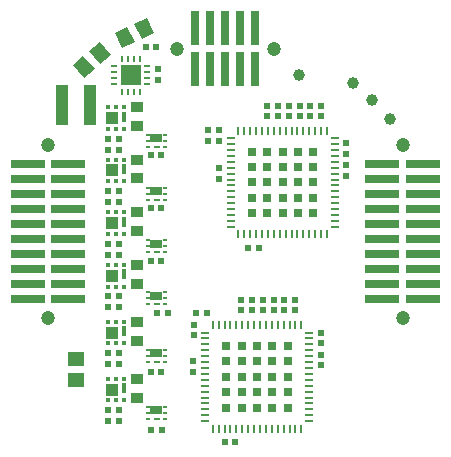
<source format=gts>
G04 #@! TF.GenerationSoftware,KiCad,Pcbnew,no-vcs-found-d3b382c~59~ubuntu16.04.1*
G04 #@! TF.CreationDate,2017-07-27T00:58:42+01:00*
G04 #@! TF.ProjectId,DCDC-3V,444344432D33562E6B696361645F7063,1*
G04 #@! TF.SameCoordinates,Original
G04 #@! TF.FileFunction,Soldermask,Top*
G04 #@! TF.FilePolarity,Negative*
%FSLAX46Y46*%
G04 Gerber Fmt 4.6, Leading zero omitted, Abs format (unit mm)*
G04 Created by KiCad (PCBNEW no-vcs-found-d3b382c~59~ubuntu16.04.1) date Thu Jul 27 00:58:42 2017*
%MOMM*%
%LPD*%
G01*
G04 APERTURE LIST*
%ADD10R,0.702000X0.702000*%
%ADD11R,0.250000X0.700000*%
%ADD12R,0.700000X0.250000*%
%ADD13R,0.300000X0.250000*%
%ADD14R,0.620000X0.200000*%
%ADD15R,1.100000X0.670000*%
%ADD16R,0.980000X3.400000*%
%ADD17R,0.740000X2.920000*%
%ADD18C,1.200000*%
%ADD19R,2.920000X0.740000*%
%ADD20R,0.620000X0.620000*%
%ADD21R,0.400000X0.850000*%
%ADD22R,0.400000X0.455000*%
%ADD23R,1.050000X1.100000*%
%ADD24R,1.000000X0.950000*%
%ADD25C,1.150000*%
%ADD26C,0.100000*%
%ADD27R,0.250000X0.600000*%
%ADD28R,0.600000X0.250000*%
%ADD29R,1.702000X1.702000*%
%ADD30R,1.450000X1.150000*%
%ADD31C,1.000000*%
G04 APERTURE END LIST*
D10*
X100080000Y-109695000D03*
X100080000Y-110995000D03*
X100080000Y-112295000D03*
X100080000Y-113595000D03*
X100080000Y-114895000D03*
X101380000Y-109695000D03*
X101380000Y-110995000D03*
X101380000Y-112295000D03*
X101380000Y-113595000D03*
X101380000Y-114895000D03*
X102680000Y-109695000D03*
X102680000Y-110995000D03*
X102680000Y-112295000D03*
X102680000Y-113595000D03*
X102680000Y-114895000D03*
X103980000Y-109695000D03*
X103980000Y-110995000D03*
X103980000Y-112295000D03*
X103980000Y-113595000D03*
X103980000Y-114895000D03*
X105280000Y-109695000D03*
X105280000Y-110995000D03*
X105280000Y-112295000D03*
X105280000Y-113595000D03*
X105280000Y-114895000D03*
D11*
X106430000Y-116695000D03*
X105930000Y-116695000D03*
X105430000Y-116695000D03*
X104930000Y-116695000D03*
X104430000Y-116695000D03*
X103930000Y-116695000D03*
X103430000Y-116695000D03*
X102930000Y-116695000D03*
X102430000Y-116695000D03*
X101930000Y-116695000D03*
X101430000Y-116695000D03*
X100930000Y-116695000D03*
X100430000Y-116695000D03*
X99930000Y-116695000D03*
X99430000Y-116695000D03*
X98930000Y-116695000D03*
D12*
X98280000Y-116045000D03*
X98280000Y-115545000D03*
X98280000Y-115045000D03*
X98280000Y-114545000D03*
X98280000Y-114045000D03*
X98280000Y-113545000D03*
X98280000Y-113045000D03*
X98280000Y-112545000D03*
X98280000Y-112045000D03*
X98280000Y-111545000D03*
X98280000Y-111045000D03*
X98280000Y-110545000D03*
X98280000Y-110045000D03*
X98280000Y-109545000D03*
X98280000Y-109045000D03*
X98280000Y-108545000D03*
D11*
X98930000Y-107895000D03*
X99430000Y-107895000D03*
X99930000Y-107895000D03*
X100430000Y-107895000D03*
X100930000Y-107895000D03*
X101430000Y-107895000D03*
X101930000Y-107895000D03*
X102430000Y-107895000D03*
X102930000Y-107895000D03*
X103430000Y-107895000D03*
X103930000Y-107895000D03*
X104430000Y-107895000D03*
X104930000Y-107895000D03*
X105430000Y-107895000D03*
X105930000Y-107895000D03*
X106430000Y-107895000D03*
D12*
X107080000Y-108545000D03*
X107080000Y-109045000D03*
X107080000Y-109545000D03*
X107080000Y-110045000D03*
X107080000Y-110545000D03*
X107080000Y-111045000D03*
X107080000Y-111545000D03*
X107080000Y-112045000D03*
X107080000Y-112545000D03*
X107080000Y-113045000D03*
X107080000Y-113545000D03*
X107080000Y-114045000D03*
X107080000Y-114545000D03*
X107080000Y-115045000D03*
X107080000Y-115545000D03*
X107080000Y-116045000D03*
D10*
X102250000Y-93240000D03*
X102250000Y-94540000D03*
X102250000Y-95840000D03*
X102250000Y-97140000D03*
X102250000Y-98440000D03*
X103550000Y-93240000D03*
X103550000Y-94540000D03*
X103550000Y-95840000D03*
X103550000Y-97140000D03*
X103550000Y-98440000D03*
X104850000Y-93240000D03*
X104850000Y-94540000D03*
X104850000Y-95840000D03*
X104850000Y-97140000D03*
X104850000Y-98440000D03*
X106150000Y-93240000D03*
X106150000Y-94540000D03*
X106150000Y-95840000D03*
X106150000Y-97140000D03*
X106150000Y-98440000D03*
X107450000Y-93240000D03*
X107450000Y-94540000D03*
X107450000Y-95840000D03*
X107450000Y-97140000D03*
X107450000Y-98440000D03*
D11*
X108600000Y-100240000D03*
X108100000Y-100240000D03*
X107600000Y-100240000D03*
X107100000Y-100240000D03*
X106600000Y-100240000D03*
X106100000Y-100240000D03*
X105600000Y-100240000D03*
X105100000Y-100240000D03*
X104600000Y-100240000D03*
X104100000Y-100240000D03*
X103600000Y-100240000D03*
X103100000Y-100240000D03*
X102600000Y-100240000D03*
X102100000Y-100240000D03*
X101600000Y-100240000D03*
X101100000Y-100240000D03*
D12*
X100450000Y-99590000D03*
X100450000Y-99090000D03*
X100450000Y-98590000D03*
X100450000Y-98090000D03*
X100450000Y-97590000D03*
X100450000Y-97090000D03*
X100450000Y-96590000D03*
X100450000Y-96090000D03*
X100450000Y-95590000D03*
X100450000Y-95090000D03*
X100450000Y-94590000D03*
X100450000Y-94090000D03*
X100450000Y-93590000D03*
X100450000Y-93090000D03*
X100450000Y-92590000D03*
X100450000Y-92090000D03*
D11*
X101100000Y-91440000D03*
X101600000Y-91440000D03*
X102100000Y-91440000D03*
X102600000Y-91440000D03*
X103100000Y-91440000D03*
X103600000Y-91440000D03*
X104100000Y-91440000D03*
X104600000Y-91440000D03*
X105100000Y-91440000D03*
X105600000Y-91440000D03*
X106100000Y-91440000D03*
X106600000Y-91440000D03*
X107100000Y-91440000D03*
X107600000Y-91440000D03*
X108100000Y-91440000D03*
X108600000Y-91440000D03*
D12*
X109250000Y-92090000D03*
X109250000Y-92590000D03*
X109250000Y-93090000D03*
X109250000Y-93590000D03*
X109250000Y-94090000D03*
X109250000Y-94590000D03*
X109250000Y-95090000D03*
X109250000Y-95590000D03*
X109250000Y-96090000D03*
X109250000Y-96590000D03*
X109250000Y-97090000D03*
X109250000Y-97590000D03*
X109250000Y-98090000D03*
X109250000Y-98590000D03*
X109250000Y-99090000D03*
X109250000Y-99590000D03*
D13*
X94850000Y-105150000D03*
X94850000Y-105650000D03*
X94850000Y-106150000D03*
D14*
X94210000Y-106150000D03*
D15*
X94150000Y-105440000D03*
D13*
X93450000Y-105150000D03*
X93450000Y-105650000D03*
X93450000Y-106150000D03*
X94850000Y-91800000D03*
X94850000Y-92300000D03*
X94850000Y-92800000D03*
D14*
X94210000Y-92800000D03*
D15*
X94150000Y-92090000D03*
D13*
X93450000Y-91800000D03*
X93450000Y-92300000D03*
X93450000Y-92800000D03*
D16*
X86190000Y-89250000D03*
X88560000Y-89250000D03*
D17*
X97460000Y-86215000D03*
X97460000Y-82785000D03*
X98730000Y-86215000D03*
X98730000Y-82785000D03*
X100000000Y-86215000D03*
X100000000Y-82785000D03*
X101270000Y-86215000D03*
X101270000Y-82785000D03*
X102540000Y-86215000D03*
X102540000Y-82785000D03*
D18*
X115000000Y-107305000D03*
X115000000Y-92695000D03*
D19*
X113285000Y-94285000D03*
X116715000Y-94285000D03*
X113285000Y-95555000D03*
X116715000Y-95555000D03*
X113285000Y-96825000D03*
X116715000Y-96825000D03*
X113285000Y-98095000D03*
X116715000Y-98095000D03*
X113285000Y-99365000D03*
X116715000Y-99365000D03*
X113285000Y-100635000D03*
X116715000Y-100635000D03*
X113285000Y-101905000D03*
X116715000Y-101905000D03*
X113285000Y-103175000D03*
X116715000Y-103175000D03*
X113285000Y-104445000D03*
X116715000Y-104445000D03*
X113285000Y-105715000D03*
X116715000Y-105715000D03*
D18*
X85000000Y-107305000D03*
X85000000Y-92695000D03*
D19*
X83285000Y-94285000D03*
X86715000Y-94285000D03*
X83285000Y-95555000D03*
X86715000Y-95555000D03*
X83285000Y-96825000D03*
X86715000Y-96825000D03*
X83285000Y-98095000D03*
X86715000Y-98095000D03*
X83285000Y-99365000D03*
X86715000Y-99365000D03*
X83285000Y-100635000D03*
X86715000Y-100635000D03*
X83285000Y-101905000D03*
X86715000Y-101905000D03*
X83285000Y-103175000D03*
X86715000Y-103175000D03*
X83285000Y-104445000D03*
X86715000Y-104445000D03*
X83285000Y-105715000D03*
X86715000Y-105715000D03*
D18*
X104130000Y-84500000D03*
X95870000Y-84500000D03*
D20*
X108075000Y-111325000D03*
X108075000Y-110425000D03*
X99950000Y-117850000D03*
X100850000Y-117850000D03*
X108075000Y-108550000D03*
X108075000Y-109450000D03*
X97225000Y-111875000D03*
X97225000Y-110975000D03*
X102225000Y-106675000D03*
X102225000Y-105775000D03*
X97325000Y-108775000D03*
X97325000Y-107875000D03*
X104075000Y-105775000D03*
X104075000Y-106675000D03*
X97525000Y-106925000D03*
X98425000Y-106925000D03*
X105000000Y-105775000D03*
X105000000Y-106675000D03*
X103150000Y-105775000D03*
X103150000Y-106675000D03*
X101300000Y-105775000D03*
X101300000Y-106675000D03*
X90975000Y-93050000D03*
X90075000Y-93050000D03*
X90975000Y-97500000D03*
X90075000Y-97500000D03*
X90975000Y-101950000D03*
X90075000Y-101950000D03*
X90975000Y-106400000D03*
X90075000Y-106400000D03*
X90075000Y-92125000D03*
X90975000Y-92125000D03*
X90075000Y-96575000D03*
X90975000Y-96575000D03*
X90075000Y-101025000D03*
X90975000Y-101025000D03*
X90075000Y-105475000D03*
X90975000Y-105475000D03*
D21*
X91375000Y-90279000D03*
D22*
X91375000Y-89452500D03*
X91375000Y-91297500D03*
X90725000Y-89452500D03*
X90075000Y-89452500D03*
X90075000Y-91297500D03*
D23*
X90400000Y-90375000D03*
D22*
X90725000Y-91297500D03*
D24*
X92525000Y-89450000D03*
X92525000Y-91050000D03*
X92525000Y-93900000D03*
X92525000Y-95500000D03*
X92525000Y-99950000D03*
X92525000Y-98350000D03*
X92525000Y-104400000D03*
X92525000Y-102800000D03*
D21*
X91375000Y-94725000D03*
D22*
X91375000Y-93898500D03*
X91375000Y-95743500D03*
X90725000Y-93898500D03*
X90075000Y-93898500D03*
X90075000Y-95743500D03*
D23*
X90400000Y-94821000D03*
D22*
X90725000Y-95743500D03*
X90725000Y-100193500D03*
D23*
X90400000Y-99271000D03*
D22*
X90075000Y-100193500D03*
X90075000Y-98348500D03*
X90725000Y-98348500D03*
X91375000Y-100193500D03*
X91375000Y-98348500D03*
D21*
X91375000Y-99175000D03*
X91375000Y-103629000D03*
D22*
X91375000Y-102802500D03*
X91375000Y-104647500D03*
X90725000Y-102802500D03*
X90075000Y-102802500D03*
X90075000Y-104647500D03*
D23*
X90400000Y-103725000D03*
D22*
X90725000Y-104647500D03*
D25*
X91484323Y-83555356D03*
D26*
G36*
X91269594Y-84455435D02*
X90656798Y-83141288D01*
X91699052Y-82655277D01*
X92311848Y-83969424D01*
X91269594Y-84455435D01*
X91269594Y-84455435D01*
G37*
D25*
X93115677Y-82794644D03*
D26*
G36*
X92900948Y-83694723D02*
X92288152Y-82380576D01*
X93330406Y-81894565D01*
X93943202Y-83208712D01*
X92900948Y-83694723D01*
X92900948Y-83694723D01*
G37*
D20*
X94150000Y-84400000D03*
X93250000Y-84400000D03*
X94320000Y-86250000D03*
X94320000Y-87150000D03*
D25*
X89389440Y-84881491D03*
D26*
G36*
X89414985Y-85806476D02*
X88482943Y-84695712D01*
X89363895Y-83956506D01*
X90295937Y-85067270D01*
X89414985Y-85806476D01*
X89414985Y-85806476D01*
G37*
D25*
X88010560Y-86038509D03*
D26*
G36*
X88036105Y-86963494D02*
X87104063Y-85852730D01*
X87985015Y-85113524D01*
X88917057Y-86224288D01*
X88036105Y-86963494D01*
X88036105Y-86963494D01*
G37*
D20*
X102825000Y-101375000D03*
X101925000Y-101375000D03*
X110250000Y-92500000D03*
X110250000Y-93400000D03*
D27*
X91249999Y-88149999D03*
X91750000Y-88149999D03*
X92250000Y-88149999D03*
X92750001Y-88149999D03*
D28*
X93400000Y-87500000D03*
X93400000Y-86999999D03*
X93400000Y-86499999D03*
X93400000Y-85999998D03*
D27*
X92750001Y-85349999D03*
X92250000Y-85349999D03*
X91750000Y-85349999D03*
X91249999Y-85349999D03*
D28*
X90600000Y-85999998D03*
X90600000Y-86499999D03*
X90600000Y-86999999D03*
X90600000Y-87500000D03*
D29*
X92000000Y-86749999D03*
D20*
X105925000Y-105775000D03*
X105925000Y-106675000D03*
X110250000Y-94375000D03*
X110250000Y-95275000D03*
X99450000Y-94650000D03*
X99450000Y-95550000D03*
D22*
X90725000Y-109470000D03*
D23*
X90400000Y-108547500D03*
D22*
X90075000Y-109470000D03*
X90075000Y-107625000D03*
X90725000Y-107625000D03*
X91375000Y-109470000D03*
X91375000Y-107625000D03*
D21*
X91375000Y-108451500D03*
D22*
X90725000Y-114297500D03*
D23*
X90400000Y-113375000D03*
D22*
X90075000Y-114297500D03*
X90075000Y-112452500D03*
X90725000Y-112452500D03*
X91375000Y-114297500D03*
X91375000Y-112452500D03*
D21*
X91375000Y-113279000D03*
D20*
X104425000Y-89325000D03*
X104425000Y-90225000D03*
X98550000Y-92350000D03*
X99450000Y-92350000D03*
X106275000Y-89325000D03*
X106275000Y-90225000D03*
X98550000Y-91425000D03*
X99450000Y-91425000D03*
X107200000Y-89325000D03*
X107200000Y-90225000D03*
X108125000Y-89325000D03*
X108125000Y-90225000D03*
X105350000Y-90225000D03*
X105350000Y-89325000D03*
X103500000Y-90225000D03*
X103500000Y-89325000D03*
X90075000Y-111225000D03*
X90975000Y-111225000D03*
X90075000Y-110300000D03*
X90975000Y-110300000D03*
D24*
X92525000Y-107625000D03*
X92525000Y-109225000D03*
D20*
X90975000Y-116050000D03*
X90075000Y-116050000D03*
X90975000Y-115125000D03*
X90075000Y-115125000D03*
D24*
X92525000Y-112450000D03*
X92525000Y-114050000D03*
D13*
X93450000Y-97285000D03*
X93450000Y-96785000D03*
X93450000Y-96285000D03*
D15*
X94150000Y-96575000D03*
D14*
X94210000Y-97285000D03*
D13*
X94850000Y-97285000D03*
X94850000Y-96785000D03*
X94850000Y-96285000D03*
X93450000Y-101725000D03*
X93450000Y-101225000D03*
X93450000Y-100725000D03*
D15*
X94150000Y-101015000D03*
D14*
X94210000Y-101725000D03*
D13*
X94850000Y-101725000D03*
X94850000Y-101225000D03*
X94850000Y-100725000D03*
X93450000Y-111000000D03*
X93450000Y-110500000D03*
X93450000Y-110000000D03*
D15*
X94150000Y-110290000D03*
D14*
X94210000Y-111000000D03*
D13*
X94850000Y-111000000D03*
X94850000Y-110500000D03*
X94850000Y-110000000D03*
X94850000Y-114850000D03*
X94850000Y-115350000D03*
X94850000Y-115850000D03*
D14*
X94210000Y-115850000D03*
D15*
X94150000Y-115140000D03*
D13*
X93450000Y-114850000D03*
X93450000Y-115350000D03*
X93450000Y-115850000D03*
D20*
X93675000Y-93550000D03*
X94575000Y-93550000D03*
X94575000Y-98025000D03*
X93675000Y-98025000D03*
X93675000Y-102475000D03*
X94575000Y-102475000D03*
X95125000Y-106875000D03*
X94225000Y-106875000D03*
X93675000Y-111875000D03*
X94575000Y-111875000D03*
X94600000Y-116775000D03*
X93700000Y-116775000D03*
D30*
X87350000Y-112575000D03*
X87350000Y-110775000D03*
D31*
X113950000Y-90475000D03*
X112425000Y-88825000D03*
X110825000Y-87425000D03*
X106250000Y-86775000D03*
M02*

</source>
